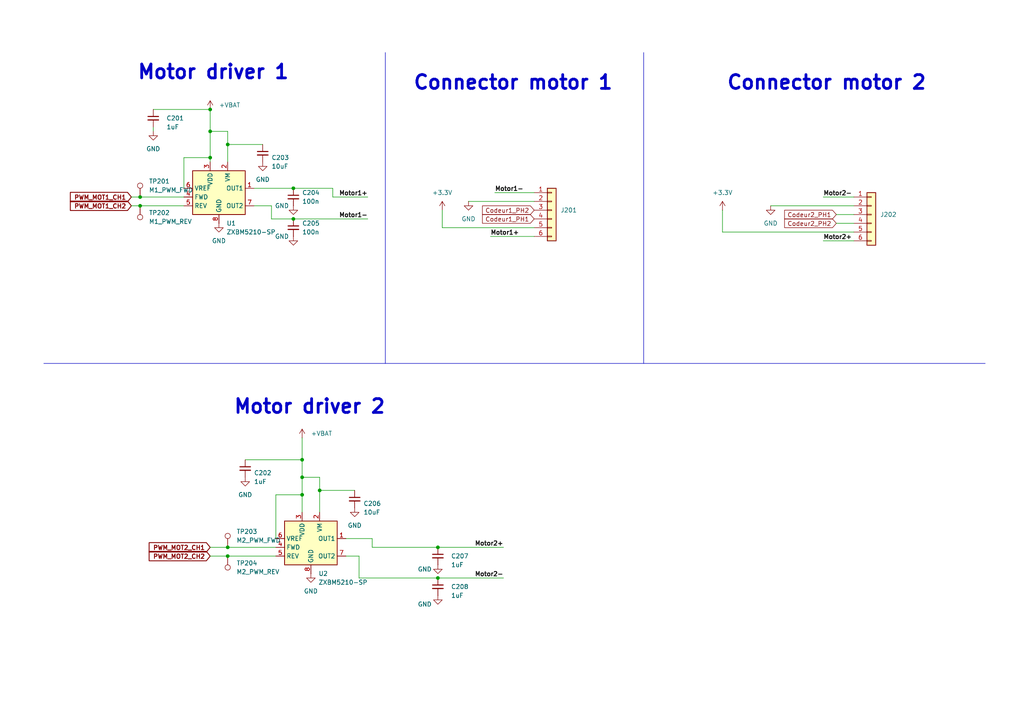
<source format=kicad_sch>
(kicad_sch (version 20231120) (generator "eeschema") (generator_version "8.0")
  (paper "A4")
  (lib_symbols
    (symbol "Connector:TestPoint" (pin_numbers hide) (pin_names (offset 0.762) hide)
      (property "Reference" "TP" (at 0 6.858 0))
      (property "Value" "TestPoint" (at 0 5.08 0))
      (symbol "TestPoint_0_1"
        (circle (center 0 3.302) (radius 0.762))
      )
      (symbol "TestPoint_1_1"
        (pin passive line (at 0 0 90) (length 2.54) (name "1") (number "1"))
      )
    )
    (symbol "Connector_Generic:Conn_01x06" (pin_names (offset 1.016) hide)
      (property "Reference" "J" (at 0 7.62 0))
      (property "Value" "Conn_01x06" (at 0 -10.16 0))
      (symbol "Conn_01x06_1_1"
        (rectangle (start -1.27 -7.493) (end 0 -7.747) (stroke (width 0.1524)))
        (rectangle (start -1.27 -4.953) (end 0 -5.207) (stroke (width 0.1524)))
        (rectangle (start -1.27 -2.413) (end 0 -2.667) (stroke (width 0.1524)))
        (rectangle (start -1.27 0.127) (end 0 -0.127) (stroke (width 0.1524)))
        (rectangle (start -1.27 2.667) (end 0 2.413) (stroke (width 0.1524)))
        (rectangle (start -1.27 5.207) (end 0 4.953) (stroke (width 0.1524)))
        (rectangle (start -1.27 6.35) (end 1.27 -8.89) (stroke (width 0.254)) (fill (type background)))
        (pin passive line (at -5.08 5.08 0) (length 3.81) (name "Pin_1") (number "1"))
        (pin passive line (at -5.08 2.54 0) (length 3.81) (name "Pin_2") (number "2"))
        (pin passive line (at -5.08 0 0) (length 3.81) (name "Pin_3") (number "3"))
        (pin passive line (at -5.08 -2.54 0) (length 3.81) (name "Pin_4") (number "4"))
        (pin passive line (at -5.08 -5.08 0) (length 3.81) (name "Pin_5") (number "5"))
        (pin passive line (at -5.08 -7.62 0) (length 3.81) (name "Pin_6") (number "6"))
      )
    )
    (symbol "Device:C_Small" (pin_numbers hide) (pin_names (offset 0.254) hide)
      (property "Reference" "C" (at 0.254 1.778 0))
      (property "Value" "C_Small" (at 0.254 -2.032 0))
      (symbol "C_Small_0_1"
        (polyline (pts (xy -1.524 -0.508) (xy 1.524 -0.508)) (stroke (width 0.3302)))
        (polyline (pts (xy -1.524 0.508) (xy 1.524 0.508)) (stroke (width 0.3048)))
      )
      (symbol "C_Small_1_1"
        (pin passive line (at 0 2.54 270) (length 2.032) (name "~") (number "1"))
        (pin passive line (at 0 -2.54 90) (length 2.032) (name "~") (number "2"))
      )
    )
    (symbol "Driver_Motor:ZXBM5210-SP"
      (property "Reference" "U" (at -7.62 8.89 0))
      (property "Value" "ZXBM5210-SP" (at 10.16 8.89 0))
      (symbol "ZXBM5210-SP_0_0"
        (pin output line (at 10.16 2.54 180) (length 2.54) (name "OUT1") (number "1"))
        (pin power_in line (at 2.54 10.16 270) (length 2.54) (name "VM") (number "2"))
        (pin power_in line (at -2.54 10.16 270) (length 2.54) (name "VDD") (number "3"))
        (pin input line (at -10.16 0 0) (length 2.54) (name "FWD") (number "4"))
        (pin input line (at -10.16 -2.54 0) (length 2.54) (name "REV") (number "5"))
        (pin input line (at -10.16 2.54 0) (length 2.54) (name "VREF") (number "6"))
        (pin output line (at 10.16 -2.54 180) (length 2.54) (name "OUT2") (number "7"))
        (pin power_in line (at 0 -7.62 90) (length 2.54) (name "GND") (number "8"))
        (pin passive line (at 0 -7.62 90) (length 2.54) hide (name "GND") (number "9"))
      )
      (symbol "ZXBM5210-SP_0_1"
        (rectangle (start -7.62 7.62) (end 7.62 -5.08) (stroke (width 0.254)) (fill (type background)))
      )
    )
    (symbol "power:+3.3V" (power) (pin_numbers hide) (pin_names (offset 0) hide)
      (property "Value" "+3.3V" (at 0 3.556 0))
      (symbol "+3.3V_0_1"
        (polyline (pts (xy -0.762 1.27) (xy 0 2.54)))
        (polyline (pts (xy 0 0) (xy 0 2.54)))
        (polyline (pts (xy 0 2.54) (xy 0.762 1.27)))
      )
      (symbol "+3.3V_1_1"
        (pin power_in line (at 0 0 90) (length 0) (name "~") (number "1"))
      )
    )
    (symbol "power:+5V" (power) (pin_numbers hide) (pin_names (offset 0) hide)
      (property "Value" "+5V" (at 0 3.556 0))
      (symbol "+5V_0_1"
        (polyline (pts (xy -0.762 1.27) (xy 0 2.54)))
        (polyline (pts (xy 0 0) (xy 0 2.54)))
        (polyline (pts (xy 0 2.54) (xy 0.762 1.27)))
      )
      (symbol "+5V_1_1"
        (pin power_in line (at 0 0 90) (length 0) (name "~") (number "1"))
      )
    )
    (symbol "power:GND" (power) (pin_numbers hide) (pin_names (offset 0) hide)
      (property "Value" "GND" (at 0 -3.81 0))
      (symbol "GND_0_1"
        (polyline (pts (xy 0 0) (xy 0 -1.27) (xy 1.27 -1.27) (xy 0 -2.54) (xy -1.27 -1.27) (xy 0 -1.27)))
      )
      (symbol "GND_1_1"
        (pin power_in line (at 0 0 270) (length 0) (name "~") (number "1"))
      )
    )
  )
  (junction (at 66.04 41.91))
  (junction (at 85.09 54.61))
  (junction (at 66.04 158.75))
  (junction (at 60.96 31.75))
  (junction (at 85.09 63.5))
  (junction (at 127 167.64))
  (junction (at 87.63 133.35))
  (junction (at 66.04 161.29))
  (junction (at 60.96 45.72))
  (junction (at 92.71 142.24))
  (junction (at 60.96 38.1))
  (junction (at 40.64 59.69))
  (junction (at 87.63 138.43))
  (junction (at 87.63 143.51))
  (junction (at 40.64 57.15))
  (junction (at 127 158.75))
  (wire (pts (xy 107.95 158.75) (xy 127 158.75)))
  (wire (pts (xy 107.95 158.75) (xy 107.95 156.21)))
  (wire (pts (xy 127 158.75) (xy 146.05 158.75)))
  (wire (pts (xy 60.96 158.75) (xy 66.04 158.75)))
  (wire (pts (xy 107.95 156.21) (xy 100.33 156.21)))
  (polyline (pts (xy 111.76 15.24) (xy 111.76 105.41)))
  (wire (pts (xy 247.65 64.77) (xy 242.57 64.77)))
  (wire (pts (xy 66.04 46.99) (xy 66.04 41.91)))
  (wire (pts (xy 60.96 161.29) (xy 66.04 161.29)))
  (wire (pts (xy 60.96 31.75) (xy 60.96 38.1)))
  (wire (pts (xy 106.68 57.15) (xy 96.52 57.15)))
  (wire (pts (xy 78.74 63.5) (xy 85.09 63.5)))
  (wire (pts (xy 104.14 167.64) (xy 127 167.64)))
  (polyline (pts (xy 186.69 15.24) (xy 186.69 105.41)))
  (wire (pts (xy 40.64 59.69) (xy 53.34 59.69)))
  (wire (pts (xy 247.65 69.85) (xy 238.76 69.85)))
  (wire (pts (xy 66.04 158.75) (xy 80.01 158.75)))
  (wire (pts (xy 87.63 127) (xy 87.63 133.35)))
  (wire (pts (xy 73.66 54.61) (xy 85.09 54.61)))
  (wire (pts (xy 142.24 68.58) (xy 154.94 68.58)))
  (wire (pts (xy 104.14 167.64) (xy 104.14 161.29)))
  (wire (pts (xy 143.51 55.88) (xy 154.94 55.88)))
  (wire (pts (xy 92.71 148.59) (xy 92.71 142.24)))
  (wire (pts (xy 154.94 58.42) (xy 135.89 58.42)))
  (wire (pts (xy 87.63 143.51) (xy 87.63 148.59)))
  (wire (pts (xy 128.27 66.04) (xy 154.94 66.04)))
  (wire (pts (xy 209.55 67.31) (xy 247.65 67.31)))
  (wire (pts (xy 38.1 57.15) (xy 40.64 57.15)))
  (wire (pts (xy 209.55 60.96) (xy 209.55 67.31)))
  (wire (pts (xy 104.14 161.29) (xy 100.33 161.29)))
  (wire (pts (xy 96.52 57.15) (xy 96.52 54.61)))
  (wire (pts (xy 247.65 57.15) (xy 238.76 57.15)))
  (wire (pts (xy 92.71 142.24) (xy 102.87 142.24)))
  (wire (pts (xy 66.04 161.29) (xy 80.01 161.29)))
  (wire (pts (xy 247.65 62.23) (xy 242.57 62.23)))
  (wire (pts (xy 73.66 59.69) (xy 78.74 59.69)))
  (wire (pts (xy 38.1 59.69) (xy 40.64 59.69)))
  (wire (pts (xy 66.04 38.1) (xy 60.96 38.1)))
  (wire (pts (xy 66.04 41.91) (xy 76.2 41.91)))
  (wire (pts (xy 66.04 41.91) (xy 66.04 38.1)))
  (wire (pts (xy 87.63 133.35) (xy 87.63 138.43)))
  (wire (pts (xy 60.96 38.1) (xy 60.96 45.72)))
  (wire (pts (xy 92.71 142.24) (xy 92.71 138.43)))
  (wire (pts (xy 92.71 138.43) (xy 87.63 138.43)))
  (wire (pts (xy 87.63 143.51) (xy 87.63 138.43)))
  (wire (pts (xy 53.34 45.72) (xy 53.34 54.61)))
  (wire (pts (xy 85.09 63.5) (xy 106.68 63.5)))
  (polyline (pts (xy 12.7 105.41) (xy 285.75 105.41)))
  (wire (pts (xy 127 167.64) (xy 146.05 167.64)))
  (wire (pts (xy 128.27 66.04) (xy 128.27 60.96)))
  (wire (pts (xy 44.45 31.75) (xy 60.96 31.75)))
  (wire (pts (xy 40.64 57.15) (xy 53.34 57.15)))
  (wire (pts (xy 80.01 143.51) (xy 87.63 143.51)))
  (wire (pts (xy 223.52 59.69) (xy 247.65 59.69)))
  (wire (pts (xy 44.45 38.1) (xy 44.45 36.83)))
  (wire (pts (xy 60.96 45.72) (xy 60.96 46.99)))
  (wire (pts (xy 78.74 63.5) (xy 78.74 59.69)))
  (wire (pts (xy 85.09 54.61) (xy 96.52 54.61)))
  (wire (pts (xy 53.34 45.72) (xy 60.96 45.72)))
  (wire (pts (xy 87.63 133.35) (xy 71.12 133.35)))
  (wire (pts (xy 80.01 143.51) (xy 80.01 156.21)))
  (text "Motor driver 1\n" (at 39.624 23.368 0) (effects (font (size 4 4) (thickness 0.8) (bold yes)) (justify left bottom)))
  (text "Connector motor 2\n" (at 210.566 26.416 0) (effects (font (size 4 4) (thickness 0.8) (bold yes)) (justify left bottom)))
  (text "Connector motor 1\n" (at 119.634 26.416 0) (effects (font (size 4 4) (thickness 0.8) (bold yes)) (justify left bottom)))
  (text "Motor driver 2\n" (at 67.564 120.396 0) (effects (font (size 4 4) (thickness 0.8) (bold yes)) (justify left bottom)))
  (label "Motor1-" (at 143.51 55.88 0) (effects (font (bold yes))))
  (label "Motor1-" (at 106.68 63.5 180) (effects (font (bold yes))))
  (label "Motor1+" (at 142.24 68.58 0) (effects (font (bold yes))))
  (label "Motor2-" (at 146.05 167.64 180) (effects (font (bold yes))))
  (label "Motor2+" (at 146.05 158.75 180) (effects (font (bold yes))))
  (label "Motor2+" (at 238.76 69.85 0) (effects (font (bold yes))))
  (label "Motor1+" (at 106.68 57.15 180) (effects (font (bold yes))))
  (label "Motor2-" (at 238.76 57.15 0) (effects (font (bold yes))))
  (global_label "PWM_MOT1_CH2" (shape input) (at 38.1 59.69 180) (effects (font (bold yes))) (property "Intersheetrefs" "${INTERSHEET_REFS}" (effects (hide yes))))
  (global_label "Codeur2_PH1" (shape input) (at 242.57 62.23 180) (property "Intersheetrefs" "${INTERSHEET_REFS}" (effects (hide yes))))
  (global_label "PWM_MOT2_CH1" (shape input) (at 60.96 158.75 180) (effects (font (bold yes))) (property "Intersheetrefs" "${INTERSHEET_REFS}" (effects (hide yes))))
  (global_label "Codeur1_PH1" (shape input) (at 154.94 63.5 180) (property "Intersheetrefs" "${INTERSHEET_REFS}" (effects (hide yes))))
  (global_label "PWM_MOT1_CH1" (shape input) (at 38.1 57.15 180) (effects (font (bold yes))) (property "Intersheetrefs" "${INTERSHEET_REFS}" (effects (hide yes))))
  (global_label "Codeur1_PH2" (shape input) (at 154.94 60.96 180) (property "Intersheetrefs" "${INTERSHEET_REFS}" (effects (hide yes))))
  (global_label "PWM_MOT2_CH2" (shape input) (at 60.96 161.29 180) (effects (font (bold yes))) (property "Intersheetrefs" "${INTERSHEET_REFS}" (effects (hide yes))))
  (global_label "Codeur2_PH2" (shape input) (at 242.57 64.77 180) (property "Intersheetrefs" "${INTERSHEET_REFS}" (effects (hide yes))))
  (symbol (lib_id "Connector:TestPoint") (at 40.64 57.15 0) (unit 1)
    (property "Reference" "TP201" (at 43.18 52.5779 0) (effects (justify left)))
    (property "Value" "M1_PWM_FWD" (at 43.18 55.1179 0) (effects (justify left)))
    (property "Footprint" "TestPoint:TestPoint_Pad_D1.5mm" (effects (hide yes)))
    (property "Description" "test point" (effects (hide yes)))
  )
  (symbol (lib_id "power:GND") (at 102.87 147.32 0) (unit 1)
    (property "Reference" "#PWR0214" (effects (hide yes)))
    (property "Value" "GND" (at 102.87 152.4 0))
    (property "Description" "Power symbol creates a global label with name \"GND\" , ground" (effects (hide yes)))
  )
  (symbol (lib_id "Driver_Motor:ZXBM5210-SP") (at 90.17 158.75 0) (unit 1)
    (property "Reference" "U2" (at 92.3641 166.37 0) (effects (justify left)))
    (property "Value" "ZXBM5210-SP" (at 92.3641 168.91 0) (effects (justify left)))
    (property "Footprint" "Package_SO:Diodes_SO-8EP" (effects (hide yes)))
    (property "Datasheet" "https://www.diodes.com/assets/Datasheets/ZXBM5210.pdf" (effects (hide yes)))
    (property "Description" "Reversible DC motor drive with speed control, 3-18V, 0.85A, SOIC-8EP" (effects (hide yes)))
  )
  (symbol (lib_id "Device:C_Small") (at 44.45 34.29 0) (unit 1)
    (property "Reference" "C201" (at 48.26 34.29 0) (effects (justify left)))
    (property "Value" "1uF" (at 48.26 36.83 0) (effects (justify left)))
    (property "Footprint" "Capacitor_SMD:C_0603_1608Metric" (effects (hide yes)))
    (property "Description" "Unpolarized capacitor, small symbol" (effects (hide yes)))
  )
  (symbol (lib_id "power:GND") (at 71.12 138.43 0) (unit 1)
    (property "Reference" "#PWR0206" (effects (hide yes)))
    (property "Value" "GND" (at 71.12 143.51 0))
    (property "Description" "Power symbol creates a global label with name \"GND\" , ground" (effects (hide yes)))
  )
  (symbol (lib_id "power:GND") (at 76.2 46.99 0) (unit 1)
    (property "Reference" "#PWR0207" (effects (hide yes)))
    (property "Value" "GND" (at 76.2 52.07 0))
    (property "Description" "Power symbol creates a global label with name \"GND\" , ground" (effects (hide yes)))
  )
  (symbol (lib_id "power:GND") (at 223.52 59.69 0) (unit 1)
    (property "Reference" "#PWR0220" (effects (hide yes)))
    (property "Value" "GND" (at 223.52 64.77 0))
    (property "Description" "Power symbol creates a global label with name \"GND\" , ground" (effects (hide yes)))
  )
  (symbol (lib_id "power:GND") (at 90.17 166.37 0) (unit 1)
    (property "Reference" "#PWR0213" (effects (hide yes)))
    (property "Value" "GND" (at 90.17 171.45 0))
    (property "Description" "Power symbol creates a global label with name \"GND\" , ground" (effects (hide yes)))
  )
  (symbol (lib_id "power:GND") (at 85.09 59.69 0) (unit 1)
    (property "Reference" "#PWR0208" (effects (hide yes)))
    (property "Value" "GND" (at 83.82 59.69 0) (effects (justify right)))
    (property "Description" "Power symbol creates a global label with name \"GND\" , ground" (effects (hide yes)))
  )
  (symbol (lib_id "power:+5V") (at 60.96 31.75 0) (unit 1)
    (property "Reference" "#PWR0202" (effects (hide yes)))
    (property "Value" "+VBAT" (at 63.5 30.4799 0) (effects (justify left)))
    (property "Description" "Power symbol creates a global label with name \"+5V\"" (effects (hide yes)))
  )
  (symbol (lib_id "power:GND") (at 135.89 58.42 0) (unit 1)
    (property "Reference" "#PWR0218" (effects (hide yes)))
    (property "Value" "GND" (at 135.89 63.5 0))
    (property "Description" "Power symbol creates a global label with name \"GND\" , ground" (effects (hide yes)))
  )
  (symbol (lib_id "power:+3.3V") (at 128.27 60.96 0) (unit 1)
    (property "Reference" "#PWR0217" (effects (hide yes)))
    (property "Value" "+3.3V" (at 128.27 55.88 0))
  )
  (symbol (lib_id "Connector:TestPoint") (at 66.04 161.29 180) (unit 1)
    (property "Reference" "TP204" (at 68.58 163.3219 0) (effects (justify right)))
    (property "Value" "M2_PWM_REV" (at 68.58 165.8619 0) (effects (justify right)))
    (property "Footprint" "TestPoint:TestPoint_Pad_D1.5mm" (effects (hide yes)))
    (property "Description" "test point" (effects (hide yes)))
  )
  (symbol (lib_id "power:GND") (at 127 163.83 0) (unit 1)
    (property "Reference" "#PWR0215" (effects (hide yes)))
    (property "Value" "GND" (at 123.19 165.1 0))
    (property "Description" "Power symbol creates a global label with name \"GND\" , ground" (effects (hide yes)))
  )
  (symbol (lib_id "Device:C_Small") (at 76.2 44.45 0) (unit 1)
    (property "Reference" "C203" (at 78.74 45.72 0) (effects (justify left)))
    (property "Value" "10uF" (at 78.74 48.26 0) (effects (justify left)))
    (property "Footprint" "Capacitor_SMD:C_0603_1608Metric" (effects (hide yes)))
    (property "Description" "Unpolarized capacitor, small symbol" (effects (hide yes)))
  )
  (symbol (lib_id "Connector:TestPoint") (at 40.64 59.69 180) (unit 1)
    (property "Reference" "TP202" (at 43.18 61.7219 0) (effects (justify right)))
    (property "Value" "M1_PWM_REV" (at 43.18 64.2619 0) (effects (justify right)))
    (property "Footprint" "TestPoint:TestPoint_Pad_D1.5mm" (effects (hide yes)))
    (property "Description" "test point" (effects (hide yes)))
  )
  (symbol (lib_id "Connector:TestPoint") (at 66.04 158.75 0) (unit 1)
    (property "Reference" "TP203" (at 68.58 154.1779 0) (effects (justify left)))
    (property "Value" "M2_PWM_FWD" (at 68.58 156.7179 0) (effects (justify left)))
    (property "Footprint" "TestPoint:TestPoint_Pad_D1.5mm" (effects (hide yes)))
    (property "Description" "test point" (effects (hide yes)))
  )
  (symbol (lib_id "Device:C_Small") (at 85.09 66.04 0) (unit 1)
    (property "Reference" "C205" (at 87.63 64.7762 0) (effects (justify left)))
    (property "Value" "100n" (at 87.63 67.3162 0) (effects (justify left)))
    (property "Footprint" "Capacitor_SMD:C_0402_1005Metric" (effects (hide yes)))
    (property "Description" "Unpolarized capacitor, small symbol" (effects (hide yes)))
  )
  (symbol (lib_id "Connector_Generic:Conn_01x06") (at 160.02 60.96 0) (unit 1)
    (property "Reference" "J201" (at 162.56 60.96 0) (effects (justify left)))
    (property "Value" "Conn_01x06" (effects (hide yes)))
    (property "Footprint" "Connector_JST:JST_XH_S6B-XH-A_1x06_P2.50mm_Horizontal" (effects (hide yes)))
    (property "Description" "Generic connector, single row, 01x06, script generated (kicad-library-utils/schlib/autogen/connector/)" (effects (hide yes)))
  )
  (symbol (lib_id "Device:C_Small") (at 102.87 144.78 0) (unit 1)
    (property "Reference" "C206" (at 105.41 146.05 0) (effects (justify left)))
    (property "Value" "10uF" (at 105.41 148.59 0) (effects (justify left)))
    (property "Footprint" "Capacitor_SMD:C_0603_1608Metric" (effects (hide yes)))
    (property "Description" "Unpolarized capacitor, small symbol" (effects (hide yes)))
  )
  (symbol (lib_id "Driver_Motor:ZXBM5210-SP") (at 63.5 57.15 0) (unit 1)
    (property "Reference" "U1" (at 65.6941 64.77 0) (effects (justify left)))
    (property "Value" "ZXBM5210-SP" (at 65.6941 67.31 0) (effects (justify left)))
    (property "Footprint" "Package_SO:Diodes_SO-8EP" (effects (hide yes)))
    (property "Datasheet" "https://www.diodes.com/assets/Datasheets/ZXBM5210.pdf" (effects (hide yes)))
    (property "Description" "Reversible DC motor drive with speed control, 3-18V, 0.85A, SOIC-8EP" (effects (hide yes)))
  )
  (symbol (lib_id "Device:C_Small") (at 71.12 135.89 0) (unit 1)
    (property "Reference" "C202" (at 73.66 137.16 0) (effects (justify left)))
    (property "Value" "1uF" (at 73.66 139.7 0) (effects (justify left)))
    (property "Footprint" "Capacitor_SMD:C_0603_1608Metric" (effects (hide yes)))
    (property "Description" "Unpolarized capacitor, small symbol" (effects (hide yes)))
  )
  (symbol (lib_id "power:+5V") (at 87.63 127 0) (unit 1)
    (property "Reference" "#PWR0210" (effects (hide yes)))
    (property "Value" "+VBAT" (at 90.17 125.7299 0) (effects (justify left)))
    (property "Description" "Power symbol creates a global label with name \"+5V\"" (effects (hide yes)))
  )
  (symbol (lib_id "Device:C_Small") (at 127 161.29 0) (unit 1)
    (property "Reference" "C207" (at 130.81 161.29 0) (effects (justify left)))
    (property "Value" "1uF" (at 130.81 163.83 0) (effects (justify left)))
    (property "Footprint" "Capacitor_SMD:C_0603_1608Metric" (effects (hide yes)))
    (property "Description" "Unpolarized capacitor, small symbol" (effects (hide yes)))
  )
  (symbol (lib_id "power:GND") (at 63.5 64.77 0) (unit 1)
    (property "Reference" "#PWR0203" (effects (hide yes)))
    (property "Value" "GND" (at 63.5 69.85 0))
    (property "Description" "Power symbol creates a global label with name \"GND\" , ground" (effects (hide yes)))
  )
  (symbol (lib_id "power:GND") (at 85.09 68.58 0) (unit 1)
    (property "Reference" "#PWR0209" (effects (hide yes)))
    (property "Value" "GND" (at 83.82 68.58 0) (effects (justify right)))
    (property "Description" "Power symbol creates a global label with name \"GND\" , ground" (effects (hide yes)))
  )
  (symbol (lib_id "power:GND") (at 127 172.72 0) (unit 1)
    (property "Reference" "#PWR0216" (effects (hide yes)))
    (property "Value" "GND" (at 123.19 175.26 0))
    (property "Description" "Power symbol creates a global label with name \"GND\" , ground" (effects (hide yes)))
  )
  (symbol (lib_id "power:+3.3V") (at 209.55 60.96 0) (unit 1)
    (property "Reference" "#PWR0219" (effects (hide yes)))
    (property "Value" "+3.3V" (at 209.55 55.88 0))
    (property "Description" "Power symbol creates a global label with name \"+3.3V\"" (effects (hide yes)))
  )
  (symbol (lib_id "Device:C_Small") (at 127 170.18 0) (unit 1)
    (property "Reference" "C208" (at 130.81 170.18 0) (effects (justify left)))
    (property "Value" "1uF" (at 130.81 172.72 0) (effects (justify left)))
    (property "Footprint" "Capacitor_SMD:C_0603_1608Metric" (effects (hide yes)))
    (property "Description" "Unpolarized capacitor, small symbol" (effects (hide yes)))
  )
  (symbol (lib_id "power:GND") (at 44.45 38.1 0) (unit 1)
    (property "Reference" "#PWR0201" (effects (hide yes)))
    (property "Value" "GND" (at 44.45 43.18 0))
    (property "Description" "Power symbol creates a global label with name \"GND\" , ground" (effects (hide yes)))
  )
  (symbol (lib_id "Connector_Generic:Conn_01x06") (at 252.73 62.23 0) (unit 1)
    (property "Reference" "J202" (at 255.27 62.23 0) (effects (justify left)))
    (property "Value" "Conn_01x06" (effects (hide yes)))
    (property "Footprint" "Connector_JST:JST_XH_S6B-XH-A_1x06_P2.50mm_Horizontal" (effects (hide yes)))
    (property "Description" "Generic connector, single row, 01x06, script generated (kicad-library-utils/schlib/autogen/connector/)" (effects (hide yes)))
  )
  (symbol (lib_id "Device:C_Small") (at 85.09 57.15 0) (unit 1)
    (property "Reference" "C204" (at 87.63 55.8862 0) (effects (justify left)))
    (property "Value" "100n" (at 87.63 58.4262 0) (effects (justify left)))
    (property "Footprint" "Capacitor_SMD:C_0402_1005Metric" (effects (hide yes)))
    (property "Description" "Unpolarized capacitor, small symbol" (effects (hide yes)))
  )
)
</source>
